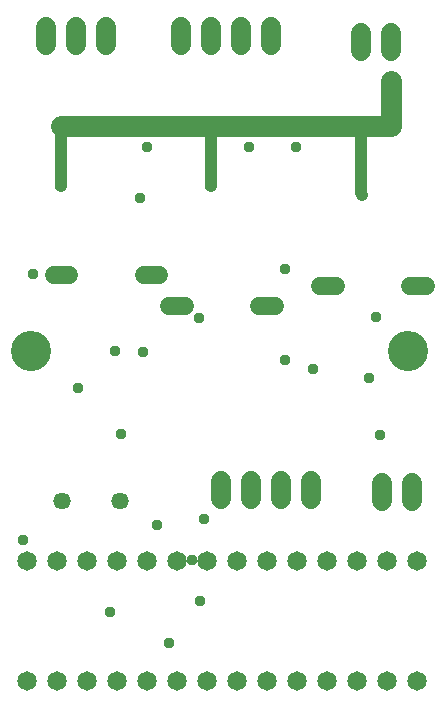
<source format=gbr>
G04 EAGLE Gerber RS-274X export*
G75*
%MOMM*%
%FSLAX34Y34*%
%LPD*%
%INSoldermask Bottom*%
%IPPOS*%
%AMOC8*
5,1,8,0,0,1.08239X$1,22.5*%
G01*
G04 Define Apertures*
%ADD10C,3.403200*%
%ADD11C,1.778000*%
%ADD12C,1.016000*%
%ADD13C,1.524000*%
%ADD14C,1.644200*%
%ADD15C,1.727200*%
%ADD16C,1.460200*%
%ADD17C,0.959600*%
D10*
X0Y0D03*
X319790Y0D03*
D11*
X304800Y190500D02*
X304800Y228600D01*
X304800Y190500D02*
X279400Y190500D01*
X152400Y190500D01*
X25400Y190500D01*
D12*
X25400Y139700D01*
X152400Y139700D02*
X152400Y190500D01*
X279400Y190500D02*
X279400Y133350D01*
X280670Y132080D01*
D13*
X258064Y54354D02*
X244856Y54354D01*
X321056Y54354D02*
X334264Y54354D01*
X130434Y38100D02*
X117226Y38100D01*
X193426Y38100D02*
X206634Y38100D01*
X32644Y63886D02*
X19436Y63886D01*
X95636Y63886D02*
X108844Y63886D01*
D14*
X-3449Y-280119D03*
X21951Y-280119D03*
X47351Y-280119D03*
X72751Y-280119D03*
X98151Y-280119D03*
X123551Y-280119D03*
X148951Y-280119D03*
X174351Y-280119D03*
X199751Y-280119D03*
X225151Y-280119D03*
X250551Y-280119D03*
X275951Y-280119D03*
X301351Y-280119D03*
X326751Y-280119D03*
X326751Y-178519D03*
X301351Y-178519D03*
X275951Y-178519D03*
X250551Y-178519D03*
X225151Y-178519D03*
X199751Y-178519D03*
X174351Y-178519D03*
X148951Y-178519D03*
X123551Y-178519D03*
X98151Y-178519D03*
X72751Y-178519D03*
X47351Y-178519D03*
X21951Y-178519D03*
X-3449Y-178519D03*
D15*
X186690Y-125786D02*
X186690Y-110546D01*
X212090Y-110546D02*
X212090Y-125786D01*
X237490Y-125786D02*
X237490Y-110546D01*
X161290Y-110546D02*
X161290Y-125786D01*
X152400Y259080D02*
X152400Y274320D01*
X177800Y274320D02*
X177800Y259080D01*
X203200Y259080D02*
X203200Y274320D01*
X127000Y274320D02*
X127000Y259080D01*
X279400Y253518D02*
X279400Y268758D01*
X304800Y268758D02*
X304800Y253518D01*
X297180Y-111760D02*
X297180Y-127000D01*
X322580Y-127000D02*
X322580Y-111760D01*
X12700Y259080D02*
X12700Y274320D01*
X38100Y274320D02*
X38100Y259080D01*
X63500Y259080D02*
X63500Y274320D01*
D16*
X26400Y-127000D03*
X75200Y-127000D03*
D17*
X117348Y-247650D03*
X-6858Y-160020D03*
X286512Y-23622D03*
X67056Y-220980D03*
X71628Y0D03*
X39624Y-32004D03*
X292608Y28194D03*
X295656Y-71628D03*
X215646Y69342D03*
X215646Y-7620D03*
X106680Y-147828D03*
X147066Y-142494D03*
X143256Y-211836D03*
X136398Y-177546D03*
X98298Y172438D03*
X184404Y172212D03*
X224790Y172212D03*
X239268Y-15240D03*
X92202Y128778D03*
X142494Y27432D03*
X95250Y-1524D03*
X76200Y-70866D03*
X1524Y64770D03*
X25146Y139446D03*
X151638Y139446D03*
X279654Y133350D03*
M02*

</source>
